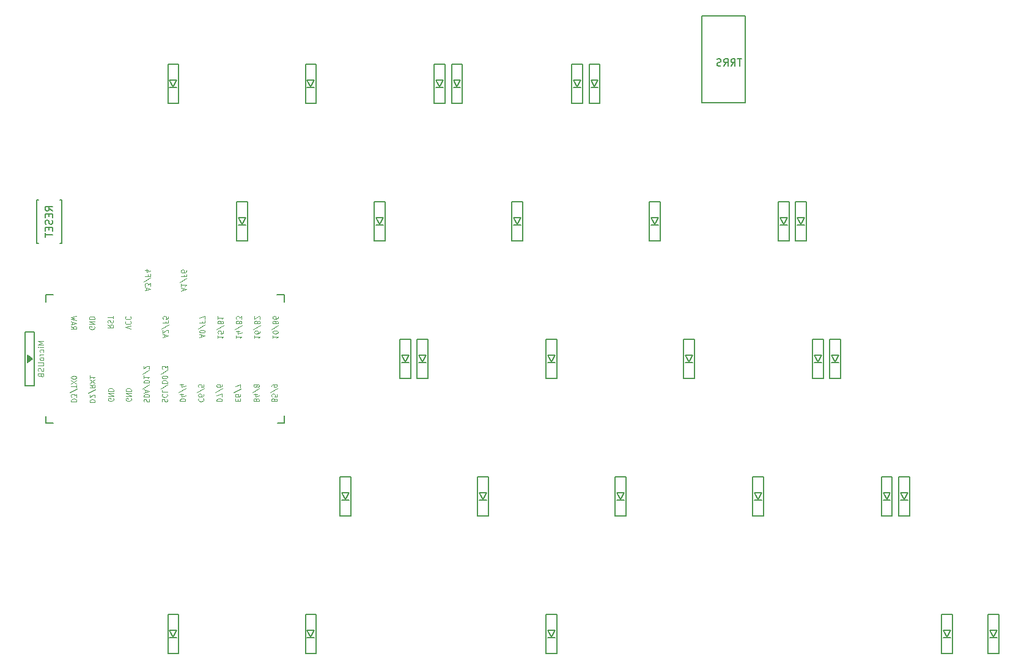
<source format=gbo>
G04 #@! TF.GenerationSoftware,KiCad,Pcbnew,(5.1.2-1)-1*
G04 #@! TF.CreationDate,2019-08-02T10:30:20+09:00*
G04 #@! TF.ProjectId,split-ask_left,73706c69-742d-4617-936b-5f6c6566742e,rev?*
G04 #@! TF.SameCoordinates,Original*
G04 #@! TF.FileFunction,Legend,Bot*
G04 #@! TF.FilePolarity,Positive*
%FSLAX46Y46*%
G04 Gerber Fmt 4.6, Leading zero omitted, Abs format (unit mm)*
G04 Created by KiCad (PCBNEW (5.1.2-1)-1) date 2019-08-02 10:30:20*
%MOMM*%
%LPD*%
G04 APERTURE LIST*
%ADD10C,0.150000*%
%ADD11C,0.120000*%
%ADD12C,0.125000*%
G04 APERTURE END LIST*
D10*
X23120000Y-71287500D02*
X23120000Y-71587500D01*
X22970000Y-71187500D02*
X22970000Y-71687500D01*
X22820000Y-71087500D02*
X22820000Y-71787500D01*
X23320000Y-71437500D02*
X22670000Y-70937500D01*
X22670000Y-71937500D02*
X23320000Y-71437500D01*
X22670000Y-70937500D02*
X22670000Y-71937500D01*
X22320000Y-75187500D02*
X22320000Y-67687500D01*
X23620000Y-75187500D02*
X22320000Y-75187500D01*
X23620000Y-67687500D02*
X23620000Y-75187500D01*
X22320000Y-67687500D02*
X23620000Y-67687500D01*
X25220000Y-62537500D02*
X26220000Y-62537500D01*
X25220000Y-80337500D02*
X26220000Y-80337500D01*
X25220000Y-62537500D02*
X25220000Y-63537500D01*
X25220000Y-80337500D02*
X25220000Y-79387500D01*
X57220000Y-62537500D02*
X58270000Y-62537500D01*
X57270000Y-80337500D02*
X58270000Y-80337500D01*
X58270000Y-62537500D02*
X58270000Y-63537500D01*
X58270000Y-80337500D02*
X58270000Y-79327500D01*
X42862500Y-33737500D02*
X42362500Y-32837500D01*
X42362500Y-32837500D02*
X43362500Y-32837500D01*
X43362500Y-32837500D02*
X42862500Y-33737500D01*
X42362500Y-33837500D02*
X43362500Y-33837500D01*
X42112500Y-30637500D02*
X42112500Y-36037500D01*
X42112500Y-36037500D02*
X43612500Y-36037500D01*
X43612500Y-36037500D02*
X43612500Y-30637500D01*
X43612500Y-30637500D02*
X42112500Y-30637500D01*
X62662500Y-30637500D02*
X61162500Y-30637500D01*
X62662500Y-36037500D02*
X62662500Y-30637500D01*
X61162500Y-36037500D02*
X62662500Y-36037500D01*
X61162500Y-30637500D02*
X61162500Y-36037500D01*
X61412500Y-33837500D02*
X62412500Y-33837500D01*
X62412500Y-32837500D02*
X61912500Y-33737500D01*
X61412500Y-32837500D02*
X62412500Y-32837500D01*
X61912500Y-33737500D02*
X61412500Y-32837500D01*
X79771900Y-33737500D02*
X79271900Y-32837500D01*
X79271900Y-32837500D02*
X80271900Y-32837500D01*
X80271900Y-32837500D02*
X79771900Y-33737500D01*
X79271900Y-33837500D02*
X80271900Y-33837500D01*
X79021900Y-30637500D02*
X79021900Y-36037500D01*
X79021900Y-36037500D02*
X80521900Y-36037500D01*
X80521900Y-36037500D02*
X80521900Y-30637500D01*
X80521900Y-30637500D02*
X79021900Y-30637500D01*
X82903100Y-30637500D02*
X81403100Y-30637500D01*
X82903100Y-36037500D02*
X82903100Y-30637500D01*
X81403100Y-36037500D02*
X82903100Y-36037500D01*
X81403100Y-30637500D02*
X81403100Y-36037500D01*
X81653100Y-33837500D02*
X82653100Y-33837500D01*
X82653100Y-32837500D02*
X82153100Y-33737500D01*
X81653100Y-32837500D02*
X82653100Y-32837500D01*
X82153100Y-33737500D02*
X81653100Y-32837500D01*
X98821900Y-33737500D02*
X98321900Y-32837500D01*
X98321900Y-32837500D02*
X99321900Y-32837500D01*
X99321900Y-32837500D02*
X98821900Y-33737500D01*
X98321900Y-33837500D02*
X99321900Y-33837500D01*
X98071900Y-30637500D02*
X98071900Y-36037500D01*
X98071900Y-36037500D02*
X99571900Y-36037500D01*
X99571900Y-36037500D02*
X99571900Y-30637500D01*
X99571900Y-30637500D02*
X98071900Y-30637500D01*
X101953000Y-30637500D02*
X100453000Y-30637500D01*
X101953000Y-36037500D02*
X101953000Y-30637500D01*
X100453000Y-36037500D02*
X101953000Y-36037500D01*
X100453000Y-30637500D02*
X100453000Y-36037500D01*
X100703000Y-33837500D02*
X101703000Y-33837500D01*
X101703000Y-32837500D02*
X101203000Y-33737500D01*
X100703000Y-32837500D02*
X101703000Y-32837500D01*
X101203000Y-33737500D02*
X100703000Y-32837500D01*
X52387500Y-52787500D02*
X51887500Y-51887500D01*
X51887500Y-51887500D02*
X52887500Y-51887500D01*
X52887500Y-51887500D02*
X52387500Y-52787500D01*
X51887500Y-52887500D02*
X52887500Y-52887500D01*
X51637500Y-49687500D02*
X51637500Y-55087500D01*
X51637500Y-55087500D02*
X53137500Y-55087500D01*
X53137500Y-55087500D02*
X53137500Y-49687500D01*
X53137500Y-49687500D02*
X51637500Y-49687500D01*
X72187500Y-49687500D02*
X70687500Y-49687500D01*
X72187500Y-55087500D02*
X72187500Y-49687500D01*
X70687500Y-55087500D02*
X72187500Y-55087500D01*
X70687500Y-49687500D02*
X70687500Y-55087500D01*
X70937500Y-52887500D02*
X71937500Y-52887500D01*
X71937500Y-51887500D02*
X71437500Y-52787500D01*
X70937500Y-51887500D02*
X71937500Y-51887500D01*
X71437500Y-52787500D02*
X70937500Y-51887500D01*
X90487500Y-52787500D02*
X89987500Y-51887500D01*
X89987500Y-51887500D02*
X90987500Y-51887500D01*
X90987500Y-51887500D02*
X90487500Y-52787500D01*
X89987500Y-52887500D02*
X90987500Y-52887500D01*
X89737500Y-49687500D02*
X89737500Y-55087500D01*
X89737500Y-55087500D02*
X91237500Y-55087500D01*
X91237500Y-55087500D02*
X91237500Y-49687500D01*
X91237500Y-49687500D02*
X89737500Y-49687500D01*
X110288000Y-49687500D02*
X108788000Y-49687500D01*
X110288000Y-55087500D02*
X110288000Y-49687500D01*
X108788000Y-55087500D02*
X110288000Y-55087500D01*
X108788000Y-49687500D02*
X108788000Y-55087500D01*
X109038000Y-52887500D02*
X110038000Y-52887500D01*
X110038000Y-51887500D02*
X109538000Y-52787500D01*
X109038000Y-51887500D02*
X110038000Y-51887500D01*
X109538000Y-52787500D02*
X109038000Y-51887500D01*
X127397000Y-52787500D02*
X126897000Y-51887500D01*
X126897000Y-51887500D02*
X127897000Y-51887500D01*
X127897000Y-51887500D02*
X127397000Y-52787500D01*
X126897000Y-52887500D02*
X127897000Y-52887500D01*
X126647000Y-49687500D02*
X126647000Y-55087500D01*
X126647000Y-55087500D02*
X128147000Y-55087500D01*
X128147000Y-55087500D02*
X128147000Y-49687500D01*
X128147000Y-49687500D02*
X126647000Y-49687500D01*
X130528000Y-49687500D02*
X129028000Y-49687500D01*
X130528000Y-55087500D02*
X130528000Y-49687500D01*
X129028000Y-55087500D02*
X130528000Y-55087500D01*
X129028000Y-49687500D02*
X129028000Y-55087500D01*
X129278000Y-52887500D02*
X130278000Y-52887500D01*
X130278000Y-51887500D02*
X129778000Y-52787500D01*
X129278000Y-51887500D02*
X130278000Y-51887500D01*
X129778000Y-52787500D02*
X129278000Y-51887500D01*
X75009400Y-71837500D02*
X74509400Y-70937500D01*
X74509400Y-70937500D02*
X75509400Y-70937500D01*
X75509400Y-70937500D02*
X75009400Y-71837500D01*
X74509400Y-71937500D02*
X75509400Y-71937500D01*
X74259400Y-68737500D02*
X74259400Y-74137500D01*
X74259400Y-74137500D02*
X75759400Y-74137500D01*
X75759400Y-74137500D02*
X75759400Y-68737500D01*
X75759400Y-68737500D02*
X74259400Y-68737500D01*
X78140600Y-68737500D02*
X76640600Y-68737500D01*
X78140600Y-74137500D02*
X78140600Y-68737500D01*
X76640600Y-74137500D02*
X78140600Y-74137500D01*
X76640600Y-68737500D02*
X76640600Y-74137500D01*
X76890600Y-71937500D02*
X77890600Y-71937500D01*
X77890600Y-70937500D02*
X77390600Y-71837500D01*
X76890600Y-70937500D02*
X77890600Y-70937500D01*
X77390600Y-71837500D02*
X76890600Y-70937500D01*
X95250000Y-71837500D02*
X94750000Y-70937500D01*
X94750000Y-70937500D02*
X95750000Y-70937500D01*
X95750000Y-70937500D02*
X95250000Y-71837500D01*
X94750000Y-71937500D02*
X95750000Y-71937500D01*
X94500000Y-68737500D02*
X94500000Y-74137500D01*
X94500000Y-74137500D02*
X96000000Y-74137500D01*
X96000000Y-74137500D02*
X96000000Y-68737500D01*
X96000000Y-68737500D02*
X94500000Y-68737500D01*
X115050000Y-68737500D02*
X113550000Y-68737500D01*
X115050000Y-74137500D02*
X115050000Y-68737500D01*
X113550000Y-74137500D02*
X115050000Y-74137500D01*
X113550000Y-68737500D02*
X113550000Y-74137500D01*
X113800000Y-71937500D02*
X114800000Y-71937500D01*
X114800000Y-70937500D02*
X114300000Y-71837500D01*
X113800000Y-70937500D02*
X114800000Y-70937500D01*
X114300000Y-71837500D02*
X113800000Y-70937500D01*
X132159000Y-71837500D02*
X131659000Y-70937500D01*
X131659000Y-70937500D02*
X132659000Y-70937500D01*
X132659000Y-70937500D02*
X132159000Y-71837500D01*
X131659000Y-71937500D02*
X132659000Y-71937500D01*
X131409000Y-68737500D02*
X131409000Y-74137500D01*
X131409000Y-74137500D02*
X132909000Y-74137500D01*
X132909000Y-74137500D02*
X132909000Y-68737500D01*
X132909000Y-68737500D02*
X131409000Y-68737500D01*
X135291000Y-68737500D02*
X133791000Y-68737500D01*
X135291000Y-74137500D02*
X135291000Y-68737500D01*
X133791000Y-74137500D02*
X135291000Y-74137500D01*
X133791000Y-68737500D02*
X133791000Y-74137500D01*
X134041000Y-71937500D02*
X135041000Y-71937500D01*
X135041000Y-70937500D02*
X134541000Y-71837500D01*
X134041000Y-70937500D02*
X135041000Y-70937500D01*
X134541000Y-71837500D02*
X134041000Y-70937500D01*
X66675000Y-90887500D02*
X66175000Y-89987500D01*
X66175000Y-89987500D02*
X67175000Y-89987500D01*
X67175000Y-89987500D02*
X66675000Y-90887500D01*
X66175000Y-90987500D02*
X67175000Y-90987500D01*
X65925000Y-87787500D02*
X65925000Y-93187500D01*
X65925000Y-93187500D02*
X67425000Y-93187500D01*
X67425000Y-93187500D02*
X67425000Y-87787500D01*
X67425000Y-87787500D02*
X65925000Y-87787500D01*
X86475000Y-87787500D02*
X84975000Y-87787500D01*
X86475000Y-93187500D02*
X86475000Y-87787500D01*
X84975000Y-93187500D02*
X86475000Y-93187500D01*
X84975000Y-87787500D02*
X84975000Y-93187500D01*
X85225000Y-90987500D02*
X86225000Y-90987500D01*
X86225000Y-89987500D02*
X85725000Y-90887500D01*
X85225000Y-89987500D02*
X86225000Y-89987500D01*
X85725000Y-90887500D02*
X85225000Y-89987500D01*
X104775000Y-90887500D02*
X104275000Y-89987500D01*
X104275000Y-89987500D02*
X105275000Y-89987500D01*
X105275000Y-89987500D02*
X104775000Y-90887500D01*
X104275000Y-90987500D02*
X105275000Y-90987500D01*
X104025000Y-87787500D02*
X104025000Y-93187500D01*
X104025000Y-93187500D02*
X105525000Y-93187500D01*
X105525000Y-93187500D02*
X105525000Y-87787500D01*
X105525000Y-87787500D02*
X104025000Y-87787500D01*
X124575000Y-87787500D02*
X123075000Y-87787500D01*
X124575000Y-93187500D02*
X124575000Y-87787500D01*
X123075000Y-93187500D02*
X124575000Y-93187500D01*
X123075000Y-87787500D02*
X123075000Y-93187500D01*
X123325000Y-90987500D02*
X124325000Y-90987500D01*
X124325000Y-89987500D02*
X123825000Y-90887500D01*
X123325000Y-89987500D02*
X124325000Y-89987500D01*
X123825000Y-90887500D02*
X123325000Y-89987500D01*
X141684000Y-90887500D02*
X141184000Y-89987500D01*
X141184000Y-89987500D02*
X142184000Y-89987500D01*
X142184000Y-89987500D02*
X141684000Y-90887500D01*
X141184000Y-90987500D02*
X142184000Y-90987500D01*
X140934000Y-87787500D02*
X140934000Y-93187500D01*
X140934000Y-93187500D02*
X142434000Y-93187500D01*
X142434000Y-93187500D02*
X142434000Y-87787500D01*
X142434000Y-87787500D02*
X140934000Y-87787500D01*
X144816000Y-87787500D02*
X143316000Y-87787500D01*
X144816000Y-93187500D02*
X144816000Y-87787500D01*
X143316000Y-93187500D02*
X144816000Y-93187500D01*
X143316000Y-87787500D02*
X143316000Y-93187500D01*
X143566000Y-90987500D02*
X144566000Y-90987500D01*
X144566000Y-89987500D02*
X144066000Y-90887500D01*
X143566000Y-89987500D02*
X144566000Y-89987500D01*
X144066000Y-90887500D02*
X143566000Y-89987500D01*
X42862500Y-109938000D02*
X42362500Y-109038000D01*
X42362500Y-109038000D02*
X43362500Y-109038000D01*
X43362500Y-109038000D02*
X42862500Y-109938000D01*
X42362500Y-110038000D02*
X43362500Y-110038000D01*
X42112500Y-106838000D02*
X42112500Y-112238000D01*
X42112500Y-112238000D02*
X43612500Y-112238000D01*
X43612500Y-112238000D02*
X43612500Y-106838000D01*
X43612500Y-106838000D02*
X42112500Y-106838000D01*
X62662500Y-106838000D02*
X61162500Y-106838000D01*
X62662500Y-112238000D02*
X62662500Y-106838000D01*
X61162500Y-112238000D02*
X62662500Y-112238000D01*
X61162500Y-106838000D02*
X61162500Y-112238000D01*
X61412500Y-110038000D02*
X62412500Y-110038000D01*
X62412500Y-109038000D02*
X61912500Y-109938000D01*
X61412500Y-109038000D02*
X62412500Y-109038000D01*
X61912500Y-109938000D02*
X61412500Y-109038000D01*
X95250000Y-109938000D02*
X94750000Y-109038000D01*
X94750000Y-109038000D02*
X95750000Y-109038000D01*
X95750000Y-109038000D02*
X95250000Y-109938000D01*
X94750000Y-110038000D02*
X95750000Y-110038000D01*
X94500000Y-106838000D02*
X94500000Y-112238000D01*
X94500000Y-112238000D02*
X96000000Y-112238000D01*
X96000000Y-112238000D02*
X96000000Y-106838000D01*
X96000000Y-106838000D02*
X94500000Y-106838000D01*
X157220000Y-106838000D02*
X155720000Y-106838000D01*
X157220000Y-112238000D02*
X157220000Y-106838000D01*
X155720000Y-112238000D02*
X157220000Y-112238000D01*
X155720000Y-106838000D02*
X155720000Y-112238000D01*
X155970000Y-110038000D02*
X156970000Y-110038000D01*
X156970000Y-109038000D02*
X156470000Y-109938000D01*
X155970000Y-109038000D02*
X156970000Y-109038000D01*
X156470000Y-109938000D02*
X155970000Y-109038000D01*
X122062000Y-23960000D02*
X116062000Y-23960000D01*
X116062000Y-23960000D02*
X116062000Y-35960000D01*
X116062000Y-35960000D02*
X122062000Y-35960000D01*
X122062000Y-35960000D02*
X122062000Y-23960000D01*
X27440000Y-49387500D02*
X27440000Y-55387500D01*
X27440000Y-55387500D02*
X27190000Y-55387500D01*
X27440000Y-49387500D02*
X27190000Y-49387500D01*
X23940000Y-49387500D02*
X24190000Y-49387500D01*
X23940000Y-49387500D02*
X23940000Y-55387500D01*
X23940000Y-55387500D02*
X24190000Y-55387500D01*
X150019000Y-109938000D02*
X149519000Y-109038000D01*
X149519000Y-109038000D02*
X150519000Y-109038000D01*
X150519000Y-109038000D02*
X150019000Y-109938000D01*
X149519000Y-110038000D02*
X150519000Y-110038000D01*
X149269000Y-106838000D02*
X149269000Y-112238000D01*
X149269000Y-112238000D02*
X150769000Y-112238000D01*
X150769000Y-112238000D02*
X150769000Y-106838000D01*
X150769000Y-106838000D02*
X149269000Y-106838000D01*
D11*
X24909285Y-68941071D02*
X24159285Y-68941071D01*
X24695000Y-69191071D01*
X24159285Y-69441071D01*
X24909285Y-69441071D01*
X24909285Y-69798214D02*
X24409285Y-69798214D01*
X24159285Y-69798214D02*
X24195000Y-69762500D01*
X24230714Y-69798214D01*
X24195000Y-69833928D01*
X24159285Y-69798214D01*
X24230714Y-69798214D01*
X24873571Y-70476785D02*
X24909285Y-70405357D01*
X24909285Y-70262500D01*
X24873571Y-70191071D01*
X24837857Y-70155357D01*
X24766428Y-70119642D01*
X24552142Y-70119642D01*
X24480714Y-70155357D01*
X24445000Y-70191071D01*
X24409285Y-70262500D01*
X24409285Y-70405357D01*
X24445000Y-70476785D01*
X24909285Y-70798214D02*
X24409285Y-70798214D01*
X24552142Y-70798214D02*
X24480714Y-70833928D01*
X24445000Y-70869642D01*
X24409285Y-70941071D01*
X24409285Y-71012500D01*
X24909285Y-71369642D02*
X24873571Y-71298214D01*
X24837857Y-71262500D01*
X24766428Y-71226785D01*
X24552142Y-71226785D01*
X24480714Y-71262500D01*
X24445000Y-71298214D01*
X24409285Y-71369642D01*
X24409285Y-71476785D01*
X24445000Y-71548214D01*
X24480714Y-71583928D01*
X24552142Y-71619642D01*
X24766428Y-71619642D01*
X24837857Y-71583928D01*
X24873571Y-71548214D01*
X24909285Y-71476785D01*
X24909285Y-71369642D01*
X24159285Y-71941071D02*
X24766428Y-71941071D01*
X24837857Y-71976785D01*
X24873571Y-72012500D01*
X24909285Y-72083928D01*
X24909285Y-72226785D01*
X24873571Y-72298214D01*
X24837857Y-72333928D01*
X24766428Y-72369642D01*
X24159285Y-72369642D01*
X24873571Y-72691071D02*
X24909285Y-72798214D01*
X24909285Y-72976785D01*
X24873571Y-73048214D01*
X24837857Y-73083928D01*
X24766428Y-73119642D01*
X24695000Y-73119642D01*
X24623571Y-73083928D01*
X24587857Y-73048214D01*
X24552142Y-72976785D01*
X24516428Y-72833928D01*
X24480714Y-72762500D01*
X24445000Y-72726785D01*
X24373571Y-72691071D01*
X24302142Y-72691071D01*
X24230714Y-72726785D01*
X24195000Y-72762500D01*
X24159285Y-72833928D01*
X24159285Y-73012500D01*
X24195000Y-73119642D01*
X24516428Y-73691071D02*
X24552142Y-73798214D01*
X24587857Y-73833928D01*
X24659285Y-73869642D01*
X24766428Y-73869642D01*
X24837857Y-73833928D01*
X24873571Y-73798214D01*
X24909285Y-73726785D01*
X24909285Y-73441071D01*
X24159285Y-73441071D01*
X24159285Y-73691071D01*
X24195000Y-73762500D01*
X24230714Y-73798214D01*
X24302142Y-73833928D01*
X24373571Y-73833928D01*
X24445000Y-73798214D01*
X24480714Y-73762500D01*
X24516428Y-73691071D01*
X24516428Y-73441071D01*
D12*
X54373571Y-77083690D02*
X54337857Y-76987976D01*
X54302142Y-76956071D01*
X54230714Y-76924166D01*
X54123571Y-76924166D01*
X54052142Y-76956071D01*
X54016428Y-76987976D01*
X53980714Y-77051785D01*
X53980714Y-77307023D01*
X54730714Y-77307023D01*
X54730714Y-77083690D01*
X54695000Y-77019880D01*
X54659285Y-76987976D01*
X54587857Y-76956071D01*
X54516428Y-76956071D01*
X54445000Y-76987976D01*
X54409285Y-77019880D01*
X54373571Y-77083690D01*
X54373571Y-77307023D01*
X54480714Y-76349880D02*
X53980714Y-76349880D01*
X54766428Y-76509404D02*
X54230714Y-76668928D01*
X54230714Y-76254166D01*
X54766428Y-75520357D02*
X53802142Y-76094642D01*
X54409285Y-75201309D02*
X54445000Y-75265119D01*
X54480714Y-75297023D01*
X54552142Y-75328928D01*
X54587857Y-75328928D01*
X54659285Y-75297023D01*
X54695000Y-75265119D01*
X54730714Y-75201309D01*
X54730714Y-75073690D01*
X54695000Y-75009880D01*
X54659285Y-74977976D01*
X54587857Y-74946071D01*
X54552142Y-74946071D01*
X54480714Y-74977976D01*
X54445000Y-75009880D01*
X54409285Y-75073690D01*
X54409285Y-75201309D01*
X54373571Y-75265119D01*
X54337857Y-75297023D01*
X54266428Y-75328928D01*
X54123571Y-75328928D01*
X54052142Y-75297023D01*
X54016428Y-75265119D01*
X53980714Y-75201309D01*
X53980714Y-75073690D01*
X54016428Y-75009880D01*
X54052142Y-74977976D01*
X54123571Y-74946071D01*
X54266428Y-74946071D01*
X54337857Y-74977976D01*
X54373571Y-75009880D01*
X54409285Y-75073690D01*
X31280714Y-77411071D02*
X32030714Y-77411071D01*
X32030714Y-77251547D01*
X31995000Y-77155833D01*
X31923571Y-77092023D01*
X31852142Y-77060119D01*
X31709285Y-77028214D01*
X31602142Y-77028214D01*
X31459285Y-77060119D01*
X31387857Y-77092023D01*
X31316428Y-77155833D01*
X31280714Y-77251547D01*
X31280714Y-77411071D01*
X31959285Y-76772976D02*
X31995000Y-76741071D01*
X32030714Y-76677261D01*
X32030714Y-76517738D01*
X31995000Y-76453928D01*
X31959285Y-76422023D01*
X31887857Y-76390119D01*
X31816428Y-76390119D01*
X31709285Y-76422023D01*
X31280714Y-76804880D01*
X31280714Y-76390119D01*
X32066428Y-75624404D02*
X31102142Y-76198690D01*
X31280714Y-75018214D02*
X31637857Y-75241547D01*
X31280714Y-75401071D02*
X32030714Y-75401071D01*
X32030714Y-75145833D01*
X31995000Y-75082023D01*
X31959285Y-75050119D01*
X31887857Y-75018214D01*
X31780714Y-75018214D01*
X31709285Y-75050119D01*
X31673571Y-75082023D01*
X31637857Y-75145833D01*
X31637857Y-75401071D01*
X32030714Y-74794880D02*
X31280714Y-74348214D01*
X32030714Y-74348214D02*
X31280714Y-74794880D01*
X31280714Y-73742023D02*
X31280714Y-74124880D01*
X31280714Y-73933452D02*
X32030714Y-73933452D01*
X31923571Y-73997261D01*
X31852142Y-74061071D01*
X31816428Y-74124880D01*
X56873571Y-77083690D02*
X56837857Y-76987976D01*
X56802142Y-76956071D01*
X56730714Y-76924166D01*
X56623571Y-76924166D01*
X56552142Y-76956071D01*
X56516428Y-76987976D01*
X56480714Y-77051785D01*
X56480714Y-77307023D01*
X57230714Y-77307023D01*
X57230714Y-77083690D01*
X57195000Y-77019880D01*
X57159285Y-76987976D01*
X57087857Y-76956071D01*
X57016428Y-76956071D01*
X56945000Y-76987976D01*
X56909285Y-77019880D01*
X56873571Y-77083690D01*
X56873571Y-77307023D01*
X57230714Y-76317976D02*
X57230714Y-76637023D01*
X56873571Y-76668928D01*
X56909285Y-76637023D01*
X56945000Y-76573214D01*
X56945000Y-76413690D01*
X56909285Y-76349880D01*
X56873571Y-76317976D01*
X56802142Y-76286071D01*
X56623571Y-76286071D01*
X56552142Y-76317976D01*
X56516428Y-76349880D01*
X56480714Y-76413690D01*
X56480714Y-76573214D01*
X56516428Y-76637023D01*
X56552142Y-76668928D01*
X57266428Y-75520357D02*
X56302142Y-76094642D01*
X56480714Y-75265119D02*
X56480714Y-75137500D01*
X56516428Y-75073690D01*
X56552142Y-75041785D01*
X56659285Y-74977976D01*
X56802142Y-74946071D01*
X57087857Y-74946071D01*
X57159285Y-74977976D01*
X57195000Y-75009880D01*
X57230714Y-75073690D01*
X57230714Y-75201309D01*
X57195000Y-75265119D01*
X57159285Y-75297023D01*
X57087857Y-75328928D01*
X56909285Y-75328928D01*
X56837857Y-75297023D01*
X56802142Y-75265119D01*
X56766428Y-75201309D01*
X56766428Y-75073690D01*
X56802142Y-75009880D01*
X56837857Y-74977976D01*
X56909285Y-74946071D01*
X46402142Y-76924166D02*
X46366428Y-76956071D01*
X46330714Y-77051785D01*
X46330714Y-77115595D01*
X46366428Y-77211309D01*
X46437857Y-77275119D01*
X46509285Y-77307023D01*
X46652142Y-77338928D01*
X46759285Y-77338928D01*
X46902142Y-77307023D01*
X46973571Y-77275119D01*
X47045000Y-77211309D01*
X47080714Y-77115595D01*
X47080714Y-77051785D01*
X47045000Y-76956071D01*
X47009285Y-76924166D01*
X47080714Y-76349880D02*
X47080714Y-76477500D01*
X47045000Y-76541309D01*
X47009285Y-76573214D01*
X46902142Y-76637023D01*
X46759285Y-76668928D01*
X46473571Y-76668928D01*
X46402142Y-76637023D01*
X46366428Y-76605119D01*
X46330714Y-76541309D01*
X46330714Y-76413690D01*
X46366428Y-76349880D01*
X46402142Y-76317976D01*
X46473571Y-76286071D01*
X46652142Y-76286071D01*
X46723571Y-76317976D01*
X46759285Y-76349880D01*
X46795000Y-76413690D01*
X46795000Y-76541309D01*
X46759285Y-76605119D01*
X46723571Y-76637023D01*
X46652142Y-76668928D01*
X47116428Y-75520357D02*
X46152142Y-76094642D01*
X47080714Y-74977976D02*
X47080714Y-75297023D01*
X46723571Y-75328928D01*
X46759285Y-75297023D01*
X46795000Y-75233214D01*
X46795000Y-75073690D01*
X46759285Y-75009880D01*
X46723571Y-74977976D01*
X46652142Y-74946071D01*
X46473571Y-74946071D01*
X46402142Y-74977976D01*
X46366428Y-75009880D01*
X46330714Y-75073690D01*
X46330714Y-75233214D01*
X46366428Y-75297023D01*
X46402142Y-75328928D01*
X41316428Y-77365119D02*
X41280714Y-77269404D01*
X41280714Y-77109880D01*
X41316428Y-77046071D01*
X41352142Y-77014166D01*
X41423571Y-76982261D01*
X41495000Y-76982261D01*
X41566428Y-77014166D01*
X41602142Y-77046071D01*
X41637857Y-77109880D01*
X41673571Y-77237500D01*
X41709285Y-77301309D01*
X41745000Y-77333214D01*
X41816428Y-77365119D01*
X41887857Y-77365119D01*
X41959285Y-77333214D01*
X41995000Y-77301309D01*
X42030714Y-77237500D01*
X42030714Y-77077976D01*
X41995000Y-76982261D01*
X41352142Y-76312261D02*
X41316428Y-76344166D01*
X41280714Y-76439880D01*
X41280714Y-76503690D01*
X41316428Y-76599404D01*
X41387857Y-76663214D01*
X41459285Y-76695119D01*
X41602142Y-76727023D01*
X41709285Y-76727023D01*
X41852142Y-76695119D01*
X41923571Y-76663214D01*
X41995000Y-76599404D01*
X42030714Y-76503690D01*
X42030714Y-76439880D01*
X41995000Y-76344166D01*
X41959285Y-76312261D01*
X41280714Y-75706071D02*
X41280714Y-76025119D01*
X42030714Y-76025119D01*
X42066428Y-75004166D02*
X41102142Y-75578452D01*
X41280714Y-74780833D02*
X42030714Y-74780833D01*
X42030714Y-74621309D01*
X41995000Y-74525595D01*
X41923571Y-74461785D01*
X41852142Y-74429880D01*
X41709285Y-74397976D01*
X41602142Y-74397976D01*
X41459285Y-74429880D01*
X41387857Y-74461785D01*
X41316428Y-74525595D01*
X41280714Y-74621309D01*
X41280714Y-74780833D01*
X42030714Y-73983214D02*
X42030714Y-73919404D01*
X41995000Y-73855595D01*
X41959285Y-73823690D01*
X41887857Y-73791785D01*
X41745000Y-73759880D01*
X41566428Y-73759880D01*
X41423571Y-73791785D01*
X41352142Y-73823690D01*
X41316428Y-73855595D01*
X41280714Y-73919404D01*
X41280714Y-73983214D01*
X41316428Y-74047023D01*
X41352142Y-74078928D01*
X41423571Y-74110833D01*
X41566428Y-74142738D01*
X41745000Y-74142738D01*
X41887857Y-74110833D01*
X41959285Y-74078928D01*
X41995000Y-74047023D01*
X42030714Y-73983214D01*
X42066428Y-72994166D02*
X41102142Y-73568452D01*
X42030714Y-72834642D02*
X42030714Y-72419880D01*
X41745000Y-72643214D01*
X41745000Y-72547500D01*
X41709285Y-72483690D01*
X41673571Y-72451785D01*
X41602142Y-72419880D01*
X41423571Y-72419880D01*
X41352142Y-72451785D01*
X41316428Y-72483690D01*
X41280714Y-72547500D01*
X41280714Y-72738928D01*
X41316428Y-72802738D01*
X41352142Y-72834642D01*
X38816428Y-77381071D02*
X38780714Y-77285357D01*
X38780714Y-77125833D01*
X38816428Y-77062023D01*
X38852142Y-77030119D01*
X38923571Y-76998214D01*
X38995000Y-76998214D01*
X39066428Y-77030119D01*
X39102142Y-77062023D01*
X39137857Y-77125833D01*
X39173571Y-77253452D01*
X39209285Y-77317261D01*
X39245000Y-77349166D01*
X39316428Y-77381071D01*
X39387857Y-77381071D01*
X39459285Y-77349166D01*
X39495000Y-77317261D01*
X39530714Y-77253452D01*
X39530714Y-77093928D01*
X39495000Y-76998214D01*
X38780714Y-76711071D02*
X39530714Y-76711071D01*
X39530714Y-76551547D01*
X39495000Y-76455833D01*
X39423571Y-76392023D01*
X39352142Y-76360119D01*
X39209285Y-76328214D01*
X39102142Y-76328214D01*
X38959285Y-76360119D01*
X38887857Y-76392023D01*
X38816428Y-76455833D01*
X38780714Y-76551547D01*
X38780714Y-76711071D01*
X38995000Y-76072976D02*
X38995000Y-75753928D01*
X38780714Y-76136785D02*
X39530714Y-75913452D01*
X38780714Y-75690119D01*
X39566428Y-74988214D02*
X38602142Y-75562500D01*
X38780714Y-74764880D02*
X39530714Y-74764880D01*
X39530714Y-74605357D01*
X39495000Y-74509642D01*
X39423571Y-74445833D01*
X39352142Y-74413928D01*
X39209285Y-74382023D01*
X39102142Y-74382023D01*
X38959285Y-74413928D01*
X38887857Y-74445833D01*
X38816428Y-74509642D01*
X38780714Y-74605357D01*
X38780714Y-74764880D01*
X38780714Y-73743928D02*
X38780714Y-74126785D01*
X38780714Y-73935357D02*
X39530714Y-73935357D01*
X39423571Y-73999166D01*
X39352142Y-74062976D01*
X39316428Y-74126785D01*
X39566428Y-72978214D02*
X38602142Y-73552500D01*
X39459285Y-72786785D02*
X39495000Y-72754880D01*
X39530714Y-72691071D01*
X39530714Y-72531547D01*
X39495000Y-72467738D01*
X39459285Y-72435833D01*
X39387857Y-72403928D01*
X39316428Y-72403928D01*
X39209285Y-72435833D01*
X38780714Y-72818690D01*
X38780714Y-72403928D01*
X43780714Y-77307023D02*
X44530714Y-77307023D01*
X44530714Y-77147500D01*
X44495000Y-77051785D01*
X44423571Y-76987976D01*
X44352142Y-76956071D01*
X44209285Y-76924166D01*
X44102142Y-76924166D01*
X43959285Y-76956071D01*
X43887857Y-76987976D01*
X43816428Y-77051785D01*
X43780714Y-77147500D01*
X43780714Y-77307023D01*
X44280714Y-76349880D02*
X43780714Y-76349880D01*
X44566428Y-76509404D02*
X44030714Y-76668928D01*
X44030714Y-76254166D01*
X44566428Y-75520357D02*
X43602142Y-76094642D01*
X44280714Y-75009880D02*
X43780714Y-75009880D01*
X44566428Y-75169404D02*
X44030714Y-75328928D01*
X44030714Y-74914166D01*
X28730714Y-77331309D02*
X29480714Y-77331309D01*
X29480714Y-77171785D01*
X29445000Y-77076071D01*
X29373571Y-77012261D01*
X29302142Y-76980357D01*
X29159285Y-76948452D01*
X29052142Y-76948452D01*
X28909285Y-76980357D01*
X28837857Y-77012261D01*
X28766428Y-77076071D01*
X28730714Y-77171785D01*
X28730714Y-77331309D01*
X29480714Y-76725119D02*
X29480714Y-76310357D01*
X29195000Y-76533690D01*
X29195000Y-76437976D01*
X29159285Y-76374166D01*
X29123571Y-76342261D01*
X29052142Y-76310357D01*
X28873571Y-76310357D01*
X28802142Y-76342261D01*
X28766428Y-76374166D01*
X28730714Y-76437976D01*
X28730714Y-76629404D01*
X28766428Y-76693214D01*
X28802142Y-76725119D01*
X29516428Y-75544642D02*
X28552142Y-76118928D01*
X29480714Y-75417023D02*
X29480714Y-75034166D01*
X28730714Y-75225595D02*
X29480714Y-75225595D01*
X29480714Y-74874642D02*
X28730714Y-74427976D01*
X29480714Y-74427976D02*
X28730714Y-74874642D01*
X29480714Y-74045119D02*
X29480714Y-73981309D01*
X29445000Y-73917500D01*
X29409285Y-73885595D01*
X29337857Y-73853690D01*
X29195000Y-73821785D01*
X29016428Y-73821785D01*
X28873571Y-73853690D01*
X28802142Y-73885595D01*
X28766428Y-73917500D01*
X28730714Y-73981309D01*
X28730714Y-74045119D01*
X28766428Y-74108928D01*
X28802142Y-74140833D01*
X28873571Y-74172738D01*
X29016428Y-74204642D01*
X29195000Y-74204642D01*
X29337857Y-74172738D01*
X29409285Y-74140833D01*
X29445000Y-74108928D01*
X29480714Y-74045119D01*
X36995000Y-76902976D02*
X37030714Y-76966785D01*
X37030714Y-77062500D01*
X36995000Y-77158214D01*
X36923571Y-77222023D01*
X36852142Y-77253928D01*
X36709285Y-77285833D01*
X36602142Y-77285833D01*
X36459285Y-77253928D01*
X36387857Y-77222023D01*
X36316428Y-77158214D01*
X36280714Y-77062500D01*
X36280714Y-76998690D01*
X36316428Y-76902976D01*
X36352142Y-76871071D01*
X36602142Y-76871071D01*
X36602142Y-76998690D01*
X36280714Y-76583928D02*
X37030714Y-76583928D01*
X36280714Y-76201071D01*
X37030714Y-76201071D01*
X36280714Y-75882023D02*
X37030714Y-75882023D01*
X37030714Y-75722500D01*
X36995000Y-75626785D01*
X36923571Y-75562976D01*
X36852142Y-75531071D01*
X36709285Y-75499166D01*
X36602142Y-75499166D01*
X36459285Y-75531071D01*
X36387857Y-75562976D01*
X36316428Y-75626785D01*
X36280714Y-75722500D01*
X36280714Y-75882023D01*
X34545000Y-76902976D02*
X34580714Y-76966785D01*
X34580714Y-77062500D01*
X34545000Y-77158214D01*
X34473571Y-77222023D01*
X34402142Y-77253928D01*
X34259285Y-77285833D01*
X34152142Y-77285833D01*
X34009285Y-77253928D01*
X33937857Y-77222023D01*
X33866428Y-77158214D01*
X33830714Y-77062500D01*
X33830714Y-76998690D01*
X33866428Y-76902976D01*
X33902142Y-76871071D01*
X34152142Y-76871071D01*
X34152142Y-76998690D01*
X33830714Y-76583928D02*
X34580714Y-76583928D01*
X33830714Y-76201071D01*
X34580714Y-76201071D01*
X33830714Y-75882023D02*
X34580714Y-75882023D01*
X34580714Y-75722500D01*
X34545000Y-75626785D01*
X34473571Y-75562976D01*
X34402142Y-75531071D01*
X34259285Y-75499166D01*
X34152142Y-75499166D01*
X34009285Y-75531071D01*
X33937857Y-75562976D01*
X33866428Y-75626785D01*
X33830714Y-75722500D01*
X33830714Y-75882023D01*
X48880714Y-77307023D02*
X49630714Y-77307023D01*
X49630714Y-77147500D01*
X49595000Y-77051785D01*
X49523571Y-76987976D01*
X49452142Y-76956071D01*
X49309285Y-76924166D01*
X49202142Y-76924166D01*
X49059285Y-76956071D01*
X48987857Y-76987976D01*
X48916428Y-77051785D01*
X48880714Y-77147500D01*
X48880714Y-77307023D01*
X49630714Y-76700833D02*
X49630714Y-76254166D01*
X48880714Y-76541309D01*
X49666428Y-75520357D02*
X48702142Y-76094642D01*
X49630714Y-75009880D02*
X49630714Y-75137500D01*
X49595000Y-75201309D01*
X49559285Y-75233214D01*
X49452142Y-75297023D01*
X49309285Y-75328928D01*
X49023571Y-75328928D01*
X48952142Y-75297023D01*
X48916428Y-75265119D01*
X48880714Y-75201309D01*
X48880714Y-75073690D01*
X48916428Y-75009880D01*
X48952142Y-74977976D01*
X49023571Y-74946071D01*
X49202142Y-74946071D01*
X49273571Y-74977976D01*
X49309285Y-75009880D01*
X49345000Y-75073690D01*
X49345000Y-75201309D01*
X49309285Y-75265119D01*
X49273571Y-75297023D01*
X49202142Y-75328928D01*
X51823571Y-77275119D02*
X51823571Y-77051785D01*
X51430714Y-76956071D02*
X51430714Y-77275119D01*
X52180714Y-77275119D01*
X52180714Y-76956071D01*
X52180714Y-76381785D02*
X52180714Y-76509404D01*
X52145000Y-76573214D01*
X52109285Y-76605119D01*
X52002142Y-76668928D01*
X51859285Y-76700833D01*
X51573571Y-76700833D01*
X51502142Y-76668928D01*
X51466428Y-76637023D01*
X51430714Y-76573214D01*
X51430714Y-76445595D01*
X51466428Y-76381785D01*
X51502142Y-76349880D01*
X51573571Y-76317976D01*
X51752142Y-76317976D01*
X51823571Y-76349880D01*
X51859285Y-76381785D01*
X51895000Y-76445595D01*
X51895000Y-76573214D01*
X51859285Y-76637023D01*
X51823571Y-76668928D01*
X51752142Y-76700833D01*
X52216428Y-75552261D02*
X51252142Y-76126547D01*
X52180714Y-75392738D02*
X52180714Y-74946071D01*
X51430714Y-75233214D01*
X54130714Y-68175119D02*
X54130714Y-68557976D01*
X54130714Y-68366547D02*
X54880714Y-68366547D01*
X54773571Y-68430357D01*
X54702142Y-68494166D01*
X54666428Y-68557976D01*
X54880714Y-67600833D02*
X54880714Y-67728452D01*
X54845000Y-67792261D01*
X54809285Y-67824166D01*
X54702142Y-67887976D01*
X54559285Y-67919880D01*
X54273571Y-67919880D01*
X54202142Y-67887976D01*
X54166428Y-67856071D01*
X54130714Y-67792261D01*
X54130714Y-67664642D01*
X54166428Y-67600833D01*
X54202142Y-67568928D01*
X54273571Y-67537023D01*
X54452142Y-67537023D01*
X54523571Y-67568928D01*
X54559285Y-67600833D01*
X54595000Y-67664642D01*
X54595000Y-67792261D01*
X54559285Y-67856071D01*
X54523571Y-67887976D01*
X54452142Y-67919880D01*
X54916428Y-66771309D02*
X53952142Y-67345595D01*
X54523571Y-66324642D02*
X54487857Y-66228928D01*
X54452142Y-66197023D01*
X54380714Y-66165119D01*
X54273571Y-66165119D01*
X54202142Y-66197023D01*
X54166428Y-66228928D01*
X54130714Y-66292738D01*
X54130714Y-66547976D01*
X54880714Y-66547976D01*
X54880714Y-66324642D01*
X54845000Y-66260833D01*
X54809285Y-66228928D01*
X54737857Y-66197023D01*
X54666428Y-66197023D01*
X54595000Y-66228928D01*
X54559285Y-66260833D01*
X54523571Y-66324642D01*
X54523571Y-66547976D01*
X54809285Y-65909880D02*
X54845000Y-65877976D01*
X54880714Y-65814166D01*
X54880714Y-65654642D01*
X54845000Y-65590833D01*
X54809285Y-65558928D01*
X54737857Y-65527023D01*
X54666428Y-65527023D01*
X54559285Y-65558928D01*
X54130714Y-65941785D01*
X54130714Y-65527023D01*
X56630714Y-68175119D02*
X56630714Y-68557976D01*
X56630714Y-68366547D02*
X57380714Y-68366547D01*
X57273571Y-68430357D01*
X57202142Y-68494166D01*
X57166428Y-68557976D01*
X57380714Y-67760357D02*
X57380714Y-67696547D01*
X57345000Y-67632738D01*
X57309285Y-67600833D01*
X57237857Y-67568928D01*
X57095000Y-67537023D01*
X56916428Y-67537023D01*
X56773571Y-67568928D01*
X56702142Y-67600833D01*
X56666428Y-67632738D01*
X56630714Y-67696547D01*
X56630714Y-67760357D01*
X56666428Y-67824166D01*
X56702142Y-67856071D01*
X56773571Y-67887976D01*
X56916428Y-67919880D01*
X57095000Y-67919880D01*
X57237857Y-67887976D01*
X57309285Y-67856071D01*
X57345000Y-67824166D01*
X57380714Y-67760357D01*
X57416428Y-66771309D02*
X56452142Y-67345595D01*
X57023571Y-66324642D02*
X56987857Y-66228928D01*
X56952142Y-66197023D01*
X56880714Y-66165119D01*
X56773571Y-66165119D01*
X56702142Y-66197023D01*
X56666428Y-66228928D01*
X56630714Y-66292738D01*
X56630714Y-66547976D01*
X57380714Y-66547976D01*
X57380714Y-66324642D01*
X57345000Y-66260833D01*
X57309285Y-66228928D01*
X57237857Y-66197023D01*
X57166428Y-66197023D01*
X57095000Y-66228928D01*
X57059285Y-66260833D01*
X57023571Y-66324642D01*
X57023571Y-66547976D01*
X57380714Y-65590833D02*
X57380714Y-65718452D01*
X57345000Y-65782261D01*
X57309285Y-65814166D01*
X57202142Y-65877976D01*
X57059285Y-65909880D01*
X56773571Y-65909880D01*
X56702142Y-65877976D01*
X56666428Y-65846071D01*
X56630714Y-65782261D01*
X56630714Y-65654642D01*
X56666428Y-65590833D01*
X56702142Y-65558928D01*
X56773571Y-65527023D01*
X56952142Y-65527023D01*
X57023571Y-65558928D01*
X57059285Y-65590833D01*
X57095000Y-65654642D01*
X57095000Y-65782261D01*
X57059285Y-65846071D01*
X57023571Y-65877976D01*
X56952142Y-65909880D01*
X51580714Y-68175119D02*
X51580714Y-68557976D01*
X51580714Y-68366547D02*
X52330714Y-68366547D01*
X52223571Y-68430357D01*
X52152142Y-68494166D01*
X52116428Y-68557976D01*
X52080714Y-67600833D02*
X51580714Y-67600833D01*
X52366428Y-67760357D02*
X51830714Y-67919880D01*
X51830714Y-67505119D01*
X52366428Y-66771309D02*
X51402142Y-67345595D01*
X51973571Y-66324642D02*
X51937857Y-66228928D01*
X51902142Y-66197023D01*
X51830714Y-66165119D01*
X51723571Y-66165119D01*
X51652142Y-66197023D01*
X51616428Y-66228928D01*
X51580714Y-66292738D01*
X51580714Y-66547976D01*
X52330714Y-66547976D01*
X52330714Y-66324642D01*
X52295000Y-66260833D01*
X52259285Y-66228928D01*
X52187857Y-66197023D01*
X52116428Y-66197023D01*
X52045000Y-66228928D01*
X52009285Y-66260833D01*
X51973571Y-66324642D01*
X51973571Y-66547976D01*
X52330714Y-65941785D02*
X52330714Y-65527023D01*
X52045000Y-65750357D01*
X52045000Y-65654642D01*
X52009285Y-65590833D01*
X51973571Y-65558928D01*
X51902142Y-65527023D01*
X51723571Y-65527023D01*
X51652142Y-65558928D01*
X51616428Y-65590833D01*
X51580714Y-65654642D01*
X51580714Y-65846071D01*
X51616428Y-65909880D01*
X51652142Y-65941785D01*
X49030714Y-68175119D02*
X49030714Y-68557976D01*
X49030714Y-68366547D02*
X49780714Y-68366547D01*
X49673571Y-68430357D01*
X49602142Y-68494166D01*
X49566428Y-68557976D01*
X49780714Y-67568928D02*
X49780714Y-67887976D01*
X49423571Y-67919880D01*
X49459285Y-67887976D01*
X49495000Y-67824166D01*
X49495000Y-67664642D01*
X49459285Y-67600833D01*
X49423571Y-67568928D01*
X49352142Y-67537023D01*
X49173571Y-67537023D01*
X49102142Y-67568928D01*
X49066428Y-67600833D01*
X49030714Y-67664642D01*
X49030714Y-67824166D01*
X49066428Y-67887976D01*
X49102142Y-67919880D01*
X49816428Y-66771309D02*
X48852142Y-67345595D01*
X49423571Y-66324642D02*
X49387857Y-66228928D01*
X49352142Y-66197023D01*
X49280714Y-66165119D01*
X49173571Y-66165119D01*
X49102142Y-66197023D01*
X49066428Y-66228928D01*
X49030714Y-66292738D01*
X49030714Y-66547976D01*
X49780714Y-66547976D01*
X49780714Y-66324642D01*
X49745000Y-66260833D01*
X49709285Y-66228928D01*
X49637857Y-66197023D01*
X49566428Y-66197023D01*
X49495000Y-66228928D01*
X49459285Y-66260833D01*
X49423571Y-66324642D01*
X49423571Y-66547976D01*
X49030714Y-65527023D02*
X49030714Y-65909880D01*
X49030714Y-65718452D02*
X49780714Y-65718452D01*
X49673571Y-65782261D01*
X49602142Y-65846071D01*
X49566428Y-65909880D01*
X46695000Y-68398452D02*
X46695000Y-68079404D01*
X46480714Y-68462261D02*
X47230714Y-68238928D01*
X46480714Y-68015595D01*
X47230714Y-67664642D02*
X47230714Y-67600833D01*
X47195000Y-67537023D01*
X47159285Y-67505118D01*
X47087857Y-67473214D01*
X46945000Y-67441309D01*
X46766428Y-67441309D01*
X46623571Y-67473214D01*
X46552142Y-67505118D01*
X46516428Y-67537023D01*
X46480714Y-67600833D01*
X46480714Y-67664642D01*
X46516428Y-67728452D01*
X46552142Y-67760357D01*
X46623571Y-67792261D01*
X46766428Y-67824166D01*
X46945000Y-67824166D01*
X47087857Y-67792261D01*
X47159285Y-67760357D01*
X47195000Y-67728452D01*
X47230714Y-67664642D01*
X47266428Y-66675595D02*
X46302142Y-67249880D01*
X46873571Y-66228928D02*
X46873571Y-66452261D01*
X46480714Y-66452261D02*
X47230714Y-66452261D01*
X47230714Y-66133214D01*
X47230714Y-65941785D02*
X47230714Y-65495118D01*
X46480714Y-65782261D01*
X44145000Y-61978214D02*
X44145000Y-61659166D01*
X43930714Y-62042023D02*
X44680714Y-61818690D01*
X43930714Y-61595357D01*
X43930714Y-61021071D02*
X43930714Y-61403928D01*
X43930714Y-61212500D02*
X44680714Y-61212500D01*
X44573571Y-61276309D01*
X44502142Y-61340119D01*
X44466428Y-61403928D01*
X44716428Y-60255357D02*
X43752142Y-60829642D01*
X44323571Y-59808690D02*
X44323571Y-60032023D01*
X43930714Y-60032023D02*
X44680714Y-60032023D01*
X44680714Y-59712976D01*
X44680714Y-59170595D02*
X44680714Y-59298214D01*
X44645000Y-59362023D01*
X44609285Y-59393928D01*
X44502142Y-59457738D01*
X44359285Y-59489642D01*
X44073571Y-59489642D01*
X44002142Y-59457738D01*
X43966428Y-59425833D01*
X43930714Y-59362023D01*
X43930714Y-59234404D01*
X43966428Y-59170595D01*
X44002142Y-59138690D01*
X44073571Y-59106785D01*
X44252142Y-59106785D01*
X44323571Y-59138690D01*
X44359285Y-59170595D01*
X44395000Y-59234404D01*
X44395000Y-59362023D01*
X44359285Y-59425833D01*
X44323571Y-59457738D01*
X44252142Y-59489642D01*
X41645000Y-68398452D02*
X41645000Y-68079404D01*
X41430714Y-68462261D02*
X42180714Y-68238928D01*
X41430714Y-68015595D01*
X42109285Y-67824166D02*
X42145000Y-67792261D01*
X42180714Y-67728452D01*
X42180714Y-67568928D01*
X42145000Y-67505118D01*
X42109285Y-67473214D01*
X42037857Y-67441309D01*
X41966428Y-67441309D01*
X41859285Y-67473214D01*
X41430714Y-67856071D01*
X41430714Y-67441309D01*
X42216428Y-66675595D02*
X41252142Y-67249880D01*
X41823571Y-66228928D02*
X41823571Y-66452261D01*
X41430714Y-66452261D02*
X42180714Y-66452261D01*
X42180714Y-66133214D01*
X42180714Y-65558928D02*
X42180714Y-65877976D01*
X41823571Y-65909880D01*
X41859285Y-65877976D01*
X41895000Y-65814166D01*
X41895000Y-65654642D01*
X41859285Y-65590833D01*
X41823571Y-65558928D01*
X41752142Y-65527023D01*
X41573571Y-65527023D01*
X41502142Y-65558928D01*
X41466428Y-65590833D01*
X41430714Y-65654642D01*
X41430714Y-65814166D01*
X41466428Y-65877976D01*
X41502142Y-65909880D01*
X39145000Y-61920595D02*
X39145000Y-61601547D01*
X38930714Y-61984404D02*
X39680714Y-61761071D01*
X38930714Y-61537738D01*
X39680714Y-61378214D02*
X39680714Y-60963452D01*
X39395000Y-61186785D01*
X39395000Y-61091071D01*
X39359285Y-61027261D01*
X39323571Y-60995357D01*
X39252142Y-60963452D01*
X39073571Y-60963452D01*
X39002142Y-60995357D01*
X38966428Y-61027261D01*
X38930714Y-61091071D01*
X38930714Y-61282500D01*
X38966428Y-61346309D01*
X39002142Y-61378214D01*
X39716428Y-60197738D02*
X38752142Y-60772023D01*
X39323571Y-59751071D02*
X39323571Y-59974404D01*
X38930714Y-59974404D02*
X39680714Y-59974404D01*
X39680714Y-59655357D01*
X39430714Y-59112976D02*
X38930714Y-59112976D01*
X39716428Y-59272500D02*
X39180714Y-59432023D01*
X39180714Y-59017261D01*
X36980714Y-67272024D02*
X36230714Y-67048691D01*
X36980714Y-66825357D01*
X36302142Y-66219167D02*
X36266428Y-66251071D01*
X36230714Y-66346786D01*
X36230714Y-66410595D01*
X36266428Y-66506310D01*
X36337857Y-66570119D01*
X36409285Y-66602024D01*
X36552142Y-66633929D01*
X36659285Y-66633929D01*
X36802142Y-66602024D01*
X36873571Y-66570119D01*
X36945000Y-66506310D01*
X36980714Y-66410595D01*
X36980714Y-66346786D01*
X36945000Y-66251071D01*
X36909285Y-66219167D01*
X36302142Y-65549167D02*
X36266428Y-65581071D01*
X36230714Y-65676786D01*
X36230714Y-65740595D01*
X36266428Y-65836310D01*
X36337857Y-65900119D01*
X36409285Y-65932024D01*
X36552142Y-65963929D01*
X36659285Y-65963929D01*
X36802142Y-65932024D01*
X36873571Y-65900119D01*
X36945000Y-65836310D01*
X36980714Y-65740595D01*
X36980714Y-65676786D01*
X36945000Y-65581071D01*
X36909285Y-65549167D01*
X33780714Y-66697737D02*
X34137857Y-66921071D01*
X33780714Y-67080594D02*
X34530714Y-67080594D01*
X34530714Y-66825356D01*
X34495000Y-66761547D01*
X34459285Y-66729642D01*
X34387857Y-66697737D01*
X34280714Y-66697737D01*
X34209285Y-66729642D01*
X34173571Y-66761547D01*
X34137857Y-66825356D01*
X34137857Y-67080594D01*
X33816428Y-66442499D02*
X33780714Y-66346785D01*
X33780714Y-66187261D01*
X33816428Y-66123452D01*
X33852142Y-66091547D01*
X33923571Y-66059642D01*
X33995000Y-66059642D01*
X34066428Y-66091547D01*
X34102142Y-66123452D01*
X34137857Y-66187261D01*
X34173571Y-66314880D01*
X34209285Y-66378690D01*
X34245000Y-66410594D01*
X34316428Y-66442499D01*
X34387857Y-66442499D01*
X34459285Y-66410594D01*
X34495000Y-66378690D01*
X34530714Y-66314880D01*
X34530714Y-66155356D01*
X34495000Y-66059642D01*
X34530714Y-65868213D02*
X34530714Y-65485356D01*
X33780714Y-65676785D02*
X34530714Y-65676785D01*
X31945000Y-66952976D02*
X31980714Y-67016785D01*
X31980714Y-67112500D01*
X31945000Y-67208214D01*
X31873571Y-67272023D01*
X31802142Y-67303928D01*
X31659285Y-67335833D01*
X31552142Y-67335833D01*
X31409285Y-67303928D01*
X31337857Y-67272023D01*
X31266428Y-67208214D01*
X31230714Y-67112500D01*
X31230714Y-67048690D01*
X31266428Y-66952976D01*
X31302142Y-66921071D01*
X31552142Y-66921071D01*
X31552142Y-67048690D01*
X31230714Y-66633928D02*
X31980714Y-66633928D01*
X31230714Y-66251071D01*
X31980714Y-66251071D01*
X31230714Y-65932023D02*
X31980714Y-65932023D01*
X31980714Y-65772500D01*
X31945000Y-65676785D01*
X31873571Y-65612976D01*
X31802142Y-65581071D01*
X31659285Y-65549166D01*
X31552142Y-65549166D01*
X31409285Y-65581071D01*
X31337857Y-65612976D01*
X31266428Y-65676785D01*
X31230714Y-65772500D01*
X31230714Y-65932023D01*
X28680714Y-66905119D02*
X29037857Y-67128452D01*
X28680714Y-67287976D02*
X29430714Y-67287976D01*
X29430714Y-67032738D01*
X29395000Y-66968928D01*
X29359285Y-66937023D01*
X29287857Y-66905119D01*
X29180714Y-66905119D01*
X29109285Y-66937023D01*
X29073571Y-66968928D01*
X29037857Y-67032738D01*
X29037857Y-67287976D01*
X28895000Y-66649880D02*
X28895000Y-66330833D01*
X28680714Y-66713690D02*
X29430714Y-66490357D01*
X28680714Y-66267023D01*
X29430714Y-66107500D02*
X28680714Y-65947976D01*
X29216428Y-65820357D01*
X28680714Y-65692738D01*
X29430714Y-65533214D01*
D10*
X121573904Y-29862380D02*
X121002476Y-29862380D01*
X121288190Y-30862380D02*
X121288190Y-29862380D01*
X120097714Y-30862380D02*
X120431047Y-30386190D01*
X120669142Y-30862380D02*
X120669142Y-29862380D01*
X120288190Y-29862380D01*
X120192952Y-29910000D01*
X120145333Y-29957619D01*
X120097714Y-30052857D01*
X120097714Y-30195714D01*
X120145333Y-30290952D01*
X120192952Y-30338571D01*
X120288190Y-30386190D01*
X120669142Y-30386190D01*
X119097714Y-30862380D02*
X119431047Y-30386190D01*
X119669142Y-30862380D02*
X119669142Y-29862380D01*
X119288190Y-29862380D01*
X119192952Y-29910000D01*
X119145333Y-29957619D01*
X119097714Y-30052857D01*
X119097714Y-30195714D01*
X119145333Y-30290952D01*
X119192952Y-30338571D01*
X119288190Y-30386190D01*
X119669142Y-30386190D01*
X118716761Y-30814761D02*
X118573904Y-30862380D01*
X118335809Y-30862380D01*
X118240571Y-30814761D01*
X118192952Y-30767142D01*
X118145333Y-30671904D01*
X118145333Y-30576666D01*
X118192952Y-30481428D01*
X118240571Y-30433809D01*
X118335809Y-30386190D01*
X118526285Y-30338571D01*
X118621523Y-30290952D01*
X118669142Y-30243333D01*
X118716761Y-30148095D01*
X118716761Y-30052857D01*
X118669142Y-29957619D01*
X118621523Y-29910000D01*
X118526285Y-29862380D01*
X118288190Y-29862380D01*
X118145333Y-29910000D01*
X26142380Y-50935119D02*
X25666190Y-50601785D01*
X26142380Y-50363690D02*
X25142380Y-50363690D01*
X25142380Y-50744642D01*
X25190000Y-50839880D01*
X25237619Y-50887500D01*
X25332857Y-50935119D01*
X25475714Y-50935119D01*
X25570952Y-50887500D01*
X25618571Y-50839880D01*
X25666190Y-50744642D01*
X25666190Y-50363690D01*
X25618571Y-51363690D02*
X25618571Y-51697023D01*
X26142380Y-51839880D02*
X26142380Y-51363690D01*
X25142380Y-51363690D01*
X25142380Y-51839880D01*
X26094761Y-52220833D02*
X26142380Y-52363690D01*
X26142380Y-52601785D01*
X26094761Y-52697023D01*
X26047142Y-52744642D01*
X25951904Y-52792261D01*
X25856666Y-52792261D01*
X25761428Y-52744642D01*
X25713809Y-52697023D01*
X25666190Y-52601785D01*
X25618571Y-52411309D01*
X25570952Y-52316071D01*
X25523333Y-52268452D01*
X25428095Y-52220833D01*
X25332857Y-52220833D01*
X25237619Y-52268452D01*
X25190000Y-52316071D01*
X25142380Y-52411309D01*
X25142380Y-52649404D01*
X25190000Y-52792261D01*
X25618571Y-53220833D02*
X25618571Y-53554166D01*
X26142380Y-53697023D02*
X26142380Y-53220833D01*
X25142380Y-53220833D01*
X25142380Y-53697023D01*
X25142380Y-53982738D02*
X25142380Y-54554166D01*
X26142380Y-54268452D02*
X25142380Y-54268452D01*
M02*

</source>
